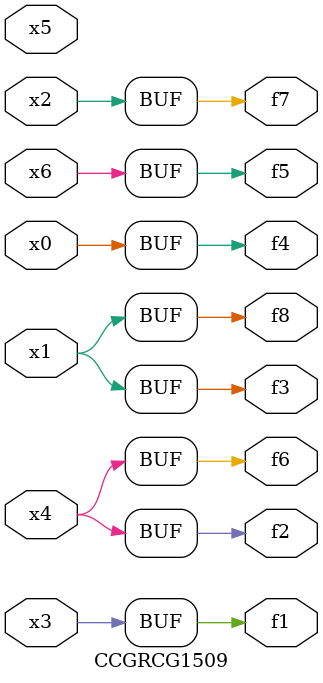
<source format=v>
module CCGRCG1509(
	input x0, x1, x2, x3, x4, x5, x6,
	output f1, f2, f3, f4, f5, f6, f7, f8
);
	assign f1 = x3;
	assign f2 = x4;
	assign f3 = x1;
	assign f4 = x0;
	assign f5 = x6;
	assign f6 = x4;
	assign f7 = x2;
	assign f8 = x1;
endmodule

</source>
